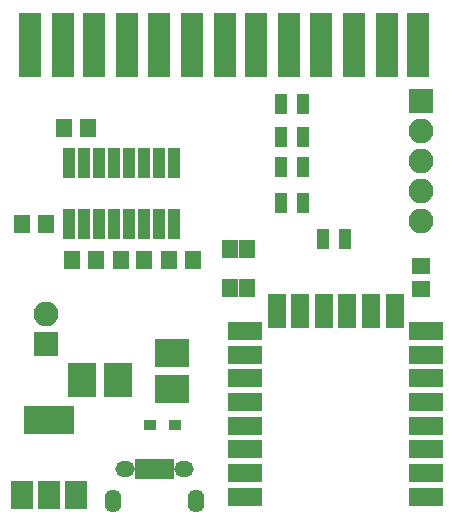
<source format=gbr>
G04 #@! TF.FileFunction,Soldermask,Top*
%FSLAX46Y46*%
G04 Gerber Fmt 4.6, Leading zero omitted, Abs format (unit mm)*
G04 Created by KiCad (PCBNEW 4.0.7) date Thursday, 17 May 2018 'PMt' 20:57:55*
%MOMM*%
%LPD*%
G01*
G04 APERTURE LIST*
%ADD10C,0.100000*%
%ADD11R,1.400000X1.650000*%
%ADD12R,2.900000X2.350000*%
%ADD13R,1.650000X1.400000*%
%ADD14R,2.350000X2.900000*%
%ADD15R,1.000000X0.850000*%
%ADD16R,1.924000X5.480000*%
%ADD17R,0.800000X1.750000*%
%ADD18O,1.650000X1.350000*%
%ADD19O,1.400000X1.950000*%
%ADD20R,2.100000X2.100000*%
%ADD21O,2.100000X2.100000*%
%ADD22R,1.100000X1.700000*%
%ADD23R,1.000000X2.600000*%
%ADD24R,2.900000X1.500000*%
%ADD25R,1.500000X2.900000*%
%ADD26R,4.200000X2.400000*%
%ADD27R,1.900000X2.400000*%
%ADD28R,1.450000X1.550000*%
G04 APERTURE END LIST*
D10*
D11*
X101743000Y-101346000D03*
X103743000Y-101346000D03*
X105870500Y-101346000D03*
X107870500Y-101346000D03*
X99552000Y-98298000D03*
X97552000Y-98298000D03*
X109982000Y-101346000D03*
X111982000Y-101346000D03*
X101108000Y-90170000D03*
X103108000Y-90170000D03*
D12*
X110236000Y-112268000D03*
X110236000Y-109218000D03*
D13*
X131318000Y-103870000D03*
X131318000Y-101870000D03*
D14*
X102615000Y-111506000D03*
X105665000Y-111506000D03*
D15*
X110490000Y-115316000D03*
X108390000Y-115316000D03*
D16*
X98171000Y-83185000D03*
X100965000Y-83185000D03*
X103632000Y-83185000D03*
X106426000Y-83185000D03*
X109093000Y-83185000D03*
X111887000Y-83185000D03*
X114681000Y-83185000D03*
X117348000Y-83185000D03*
X120142000Y-83185000D03*
X122809000Y-83185000D03*
X125603000Y-83185000D03*
X128397000Y-83185000D03*
X131064000Y-83185000D03*
D17*
X107411100Y-119087460D03*
X108061100Y-119087460D03*
X108711100Y-119087460D03*
X109361100Y-119087460D03*
X110011100Y-119087460D03*
D18*
X106211100Y-119087460D03*
X111211100Y-119087460D03*
D19*
X105211100Y-121787460D03*
X112211100Y-121787460D03*
D20*
X99568000Y-108458000D03*
D21*
X99568000Y-105918000D03*
D22*
X119446000Y-88138000D03*
X121346000Y-88138000D03*
X121346000Y-96520000D03*
X119446000Y-96520000D03*
X121346000Y-93472000D03*
X119446000Y-93472000D03*
X121346000Y-90932000D03*
X119446000Y-90932000D03*
D23*
X101473000Y-93158000D03*
X101473000Y-98358000D03*
X102743000Y-93158000D03*
X102743000Y-98358000D03*
X104013000Y-93158000D03*
X104013000Y-98358000D03*
X105283000Y-93158000D03*
X105283000Y-98358000D03*
X106553000Y-93158000D03*
X106553000Y-98358000D03*
X107823000Y-93158000D03*
X107823000Y-98358000D03*
X109093000Y-93158000D03*
X109093000Y-98358000D03*
X110363000Y-93158000D03*
X110363000Y-98358000D03*
D24*
X131764000Y-121412000D03*
X131764000Y-119412000D03*
X131764000Y-117412000D03*
X131764000Y-115412000D03*
X131764000Y-113412000D03*
X131764000Y-111412000D03*
X131764000Y-109412000D03*
X131764000Y-107412000D03*
X116364000Y-107412000D03*
X116364000Y-109412000D03*
X116364000Y-111412000D03*
X116364000Y-113412000D03*
X116364000Y-115412000D03*
X116364000Y-117412000D03*
X116364000Y-119412000D03*
X116364000Y-121412000D03*
D25*
X129074000Y-105712000D03*
X127074000Y-105712000D03*
X125074000Y-105712000D03*
X123074000Y-105712000D03*
X121074000Y-105712000D03*
X119074000Y-105712000D03*
D26*
X99822000Y-114960000D03*
D27*
X99822000Y-121260000D03*
X102122000Y-121260000D03*
X97522000Y-121260000D03*
D20*
X131318000Y-87884000D03*
D21*
X131318000Y-90424000D03*
X131318000Y-92964000D03*
X131318000Y-95504000D03*
X131318000Y-98044000D03*
D22*
X123002000Y-99568000D03*
X124902000Y-99568000D03*
D28*
X115099000Y-100433000D03*
X115099000Y-103783000D03*
X116549000Y-100433000D03*
X116549000Y-103783000D03*
M02*

</source>
